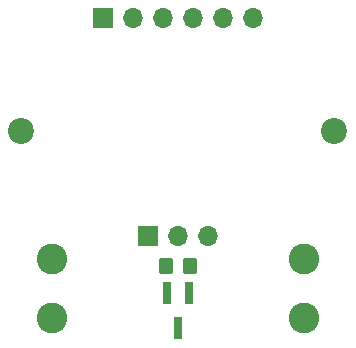
<source format=gbs>
G04 #@! TF.GenerationSoftware,KiCad,Pcbnew,(6.0.7)*
G04 #@! TF.CreationDate,2022-10-10T17:08:23+03:00*
G04 #@! TF.ProjectId,DiLight_2.0,44694c69-6768-4745-9f32-2e302e6b6963,rev?*
G04 #@! TF.SameCoordinates,Original*
G04 #@! TF.FileFunction,Soldermask,Bot*
G04 #@! TF.FilePolarity,Negative*
%FSLAX46Y46*%
G04 Gerber Fmt 4.6, Leading zero omitted, Abs format (unit mm)*
G04 Created by KiCad (PCBNEW (6.0.7)) date 2022-10-10 17:08:23*
%MOMM*%
%LPD*%
G01*
G04 APERTURE LIST*
G04 Aperture macros list*
%AMRoundRect*
0 Rectangle with rounded corners*
0 $1 Rounding radius*
0 $2 $3 $4 $5 $6 $7 $8 $9 X,Y pos of 4 corners*
0 Add a 4 corners polygon primitive as box body*
4,1,4,$2,$3,$4,$5,$6,$7,$8,$9,$2,$3,0*
0 Add four circle primitives for the rounded corners*
1,1,$1+$1,$2,$3*
1,1,$1+$1,$4,$5*
1,1,$1+$1,$6,$7*
1,1,$1+$1,$8,$9*
0 Add four rect primitives between the rounded corners*
20,1,$1+$1,$2,$3,$4,$5,0*
20,1,$1+$1,$4,$5,$6,$7,0*
20,1,$1+$1,$6,$7,$8,$9,0*
20,1,$1+$1,$8,$9,$2,$3,0*%
G04 Aperture macros list end*
%ADD10R,1.700000X1.700000*%
%ADD11O,1.700000X1.700000*%
%ADD12C,2.200000*%
%ADD13C,2.600000*%
%ADD14RoundRect,0.250000X0.350000X0.450000X-0.350000X0.450000X-0.350000X-0.450000X0.350000X-0.450000X0*%
%ADD15R,0.800000X1.900000*%
G04 APERTURE END LIST*
D10*
X33035000Y-36830000D03*
D11*
X35575000Y-36830000D03*
X38115000Y-36830000D03*
D12*
X22320000Y-27940000D03*
X48820000Y-27940000D03*
D10*
X29210000Y-18415000D03*
D11*
X31750000Y-18415000D03*
X34290000Y-18415000D03*
X36830000Y-18415000D03*
X39370000Y-18415000D03*
X41910000Y-18415000D03*
D13*
X46220000Y-43775000D03*
X46220000Y-38775000D03*
X24900000Y-38775000D03*
X24900000Y-43775000D03*
D14*
X36560000Y-39370000D03*
X34560000Y-39370000D03*
D15*
X34610000Y-41680000D03*
X36510000Y-41680000D03*
X35560000Y-44680000D03*
M02*

</source>
